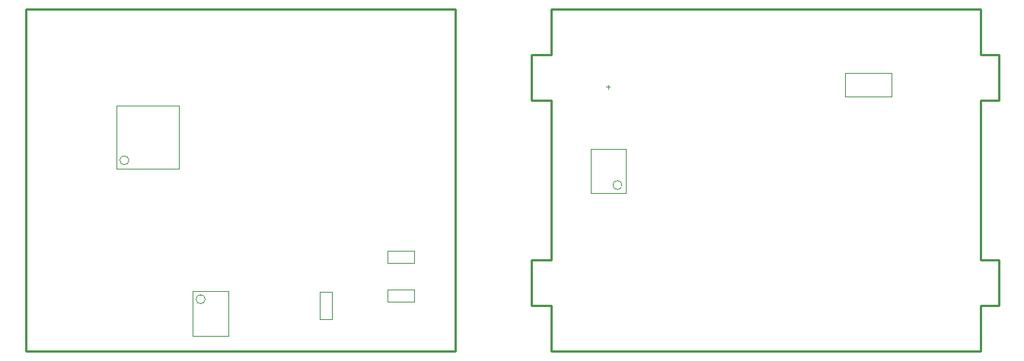
<source format=gm1>
G04 Layer_Color=16711935*
%FSLAX44Y44*%
%MOMM*%
G71*
G01*
G75*
%ADD36C,0.2540*%
%ADD37C,0.1000*%
D36*
X1512570Y1092200D02*
Y1143000D01*
Y863600D02*
Y1041400D01*
X1035050Y762000D02*
Y812800D01*
Y863600D02*
Y1041400D01*
Y1092200D02*
Y1143000D01*
X1013460Y1092200D02*
X1035050D01*
X1013460Y1041400D02*
Y1092200D01*
Y1041400D02*
X1035050D01*
X1013460Y812800D02*
X1035050D01*
X1013460D02*
Y863600D01*
X1035050D01*
X1512570Y1092200D02*
X1532890D01*
Y1041400D02*
Y1092200D01*
X1512570Y1041400D02*
X1532890D01*
X1512570Y812800D02*
X1532890D01*
Y863600D01*
X1512570D02*
X1532890D01*
X1035050Y1143000D02*
X1512570D01*
X1035050Y762000D02*
X1512570D01*
X450850D02*
Y1143000D01*
Y762000D02*
X928370D01*
Y1143000D01*
X450850D02*
X928370D01*
X1512570Y762000D02*
Y812800D01*
Y1092200D02*
Y1143000D01*
Y863600D02*
Y1041400D01*
X1035050Y762000D02*
Y812800D01*
Y863600D02*
Y1041400D01*
Y1092200D02*
Y1143000D01*
X1013460Y1092200D02*
X1035050D01*
X1013460Y1041400D02*
Y1092200D01*
Y1041400D02*
X1035050D01*
X1013460Y812800D02*
X1035050D01*
X1013460D02*
Y863600D01*
X1035050D01*
X1512570Y1092200D02*
X1532890D01*
Y1041400D02*
Y1092200D01*
X1512570Y1041400D02*
X1532890D01*
X1512570Y812800D02*
X1532890D01*
Y863600D01*
X1512570D02*
X1532890D01*
X1035050Y1143000D02*
X1512570D01*
X1035050Y762000D02*
X1512570D01*
X450850D02*
Y1143000D01*
Y762000D02*
X928370D01*
Y1143000D01*
X450850D02*
X928370D01*
X1512570Y762000D02*
Y812800D01*
D37*
X1098580Y1054640D02*
Y1058640D01*
X1096580Y1056640D02*
X1100580D01*
X1098580Y1054640D02*
Y1058640D01*
X1096580Y1056640D02*
X1100580D01*
X565740Y974760D02*
G03*
X565740Y974760I-5000J0D01*
G01*
X1114050Y947160D02*
G03*
X1114050Y947160I-5000J0D01*
G01*
X650590Y819910D02*
G03*
X650590Y819910I-5000J0D01*
G01*
X551740Y965760D02*
X621740D01*
X551740Y1035760D02*
X621740D01*
X551740Y965760D02*
Y1035760D01*
X621740Y965760D02*
Y1035760D01*
X777860Y797800D02*
Y827800D01*
X791860Y797800D02*
Y827800D01*
X777860D02*
X791860D01*
X777860Y797800D02*
X791860D01*
X1079050Y987160D02*
X1118050D01*
X1079050Y938160D02*
X1118050D01*
X1079050D02*
Y987160D01*
X1118050Y938160D02*
Y987160D01*
X1362360Y1045930D02*
Y1072430D01*
X1413860Y1045930D02*
Y1072430D01*
X1362360D02*
X1413860D01*
X1362360Y1045930D02*
X1413860D01*
X636590Y778910D02*
Y828910D01*
X676590Y778910D02*
Y828910D01*
X636590D02*
X676590D01*
X636590Y778910D02*
X676590D01*
X853070Y831050D02*
X883070D01*
X853070Y817050D02*
X883070D01*
Y831050D01*
X853070Y817050D02*
Y831050D01*
Y860230D02*
X883070D01*
X853070Y874230D02*
X883070D01*
X853070Y860230D02*
Y874230D01*
X883070Y860230D02*
Y874230D01*
M02*

</source>
